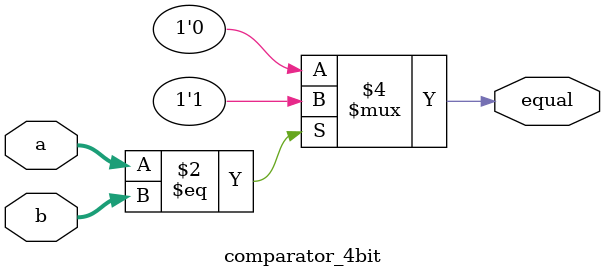
<source format=v>
module top_module (
    input clk,
    input reset, // Synchronous active-high reset
    input [3:0] a, // 4-bit input A for the comparator
    input [3:0] b, // 4-bit input B for the comparator
    output reg out_func, // 1-bit output from the functional module
    output [2:0] count // 3-bit output from the counter
);

reg [2:0] counter;
wire equal;

comparator_4bit comp_inst (
    .a(a),
    .b(b),
    .equal(equal)
);

always @(posedge clk) begin
    if (reset) begin
        counter <= 3'b0;
    end else begin
        counter <= counter + 1;
    end
end

always @(posedge clk) begin
    if (counter > b) begin
        out_func <= 1'b1;
    end else begin
        out_func <= 1'b0;
    end
end

assign count = counter;

endmodule

module comparator_4bit (
    input [3:0] a,
    input [3:0] b,
    output reg equal
);

always @(a, b) begin
    if (a == b) begin
        equal <= 1'b1;
    end else begin
        equal <= 1'b0;
    end
end

endmodule
</source>
